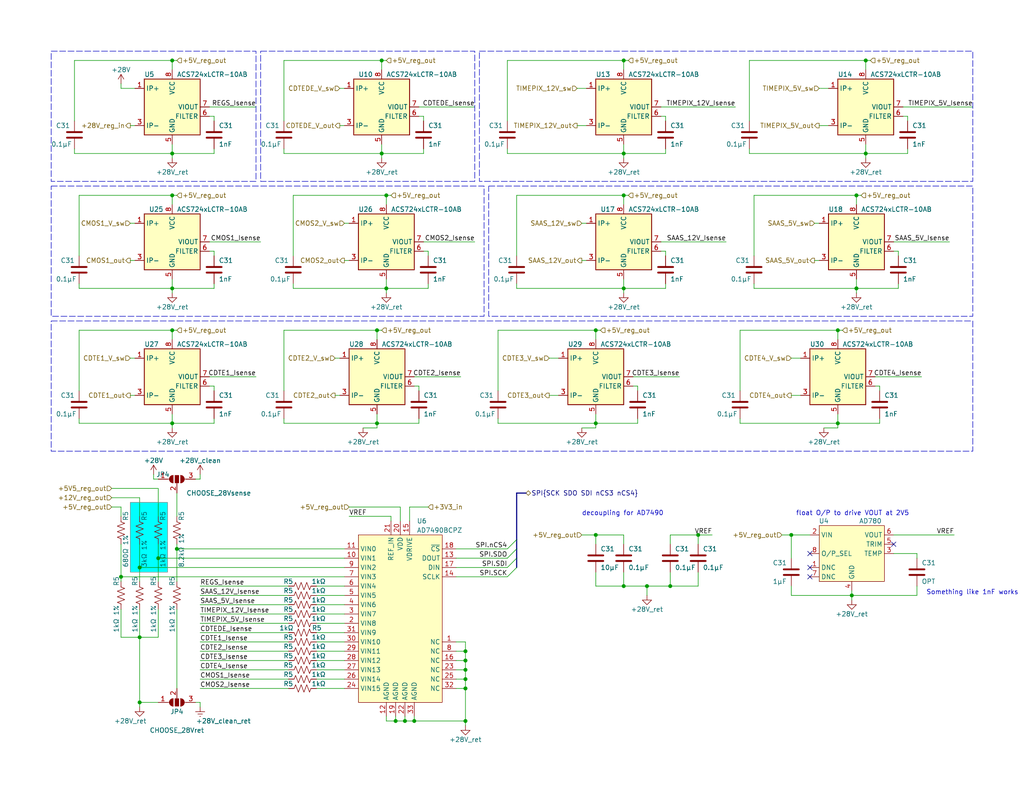
<source format=kicad_sch>
(kicad_sch (version 20230121) (generator eeschema)
  (paper "USLetter")
  (title_block (title "FOXSI-4 Power") (date "2024-10-24") (rev "3") (company "University of Minnesota"))
  (junction (at 104.14 41.91))
  (junction (at 162.56 146.05))
  (junction (at 182.88 160.02))
  (junction (at 105.41 78.74))
  (junction (at 102.87 115.57))
  (junction (at 170.18 160.02))
  (junction (at 228.6 90.17))
  (junction (at 228.6 115.57))
  (junction (at 46.99 41.91))
  (junction (at 127 187.96))
  (junction (at 43.18 152.4))
  (junction (at 46.99 78.74))
  (junction (at 33.02 157.48))
  (junction (at 107.95 196.85))
  (junction (at 38.1 191.77))
  (junction (at 105.41 53.34))
  (junction (at 236.22 41.91))
  (junction (at 46.99 115.57))
  (junction (at 110.49 196.85))
  (junction (at 127 196.85))
  (junction (at 38.1 173.99))
  (junction (at 190.5 146.05))
  (junction (at 113.03 196.85))
  (junction (at 102.87 90.17))
  (junction (at 38.1 154.94))
  (junction (at 127 177.8))
  (junction (at 46.99 16.51))
  (junction (at 127 185.42))
  (junction (at 170.18 53.34))
  (junction (at 127 180.34))
  (junction (at 170.18 41.91))
  (junction (at 236.22 16.51))
  (junction (at 127 182.88))
  (junction (at 170.18 16.51))
  (junction (at 215.9 146.05))
  (junction (at 104.14 16.51))
  (junction (at 46.99 53.34))
  (junction (at 46.99 90.17))
  (junction (at 176.53 160.02))
  (junction (at 48.26 149.86))
  (junction (at 232.41 162.56))
  (junction (at 233.68 78.74))
  (junction (at 162.56 115.57))
  (junction (at 233.68 53.34))
  (junction (at 162.56 90.17))
  (junction (at 170.18 78.74))
  (no_connect (at 220.98 154.94))
  (no_connect (at 243.84 148.59))
  (no_connect (at 220.98 151.13))
  (no_connect (at 220.98 157.48))
  (bus_entry (at 138.43 149.86) (size 2.54 -2.54))
  (bus_entry (at 138.43 157.48) (size 2.54 -2.54))
  (bus_entry (at 138.43 154.94) (size 2.54 -2.54))
  (bus_entry (at 138.43 152.4) (size 2.54 -2.54))
  (wire (pts (xy 240.03 105.41) (xy 240.03 106.68)))
  (wire (pts (xy 138.43 41.91) (xy 170.18 41.91)))
  (wire (pts (xy 228.6 115.57) (xy 240.03 115.57)))
  (wire (pts (xy 228.6 90.17) (xy 229.87 90.17)))
  (wire (pts (xy 223.52 34.29) (xy 226.06 34.29)))
  (wire (pts (xy 158.75 146.05) (xy 162.56 146.05)))
  (wire (pts (xy 21.59 77.47) (xy 21.59 78.74)))
  (wire (pts (xy 35.56 34.29) (xy 36.83 34.29)))
  (wire (pts (xy 33.02 24.13) (xy 36.83 24.13)))
  (wire (pts (xy 107.95 195.58) (xy 107.95 196.85)))
  (wire (pts (xy 190.5 146.05) (xy 194.31 146.05)))
  (wire (pts (xy 162.56 146.05) (xy 170.18 146.05)))
  (wire (pts (xy 54.61 129.54) (xy 54.61 130.81)))
  (wire (pts (xy 92.71 24.13) (xy 93.98 24.13)))
  (wire (pts (xy 190.5 160.02) (xy 182.88 160.02)))
  (wire (pts (xy 38.1 191.77) (xy 38.1 193.04)))
  (wire (pts (xy 246.38 29.21) (xy 265.43 29.21)))
  (wire (pts (xy 190.5 146.05) (xy 190.5 148.59)))
  (wire (pts (xy 204.47 16.51) (xy 204.47 33.02)))
  (wire (pts (xy 238.76 105.41) (xy 240.03 105.41)))
  (wire (pts (xy 149.86 107.95) (xy 152.4 107.95)))
  (wire (pts (xy 46.99 78.74) (xy 46.99 80.01)))
  (wire (pts (xy 33.02 148.59) (xy 33.02 157.48)))
  (bus (pts (xy 140.97 149.86) (xy 140.97 147.32)))
  (wire (pts (xy 233.68 78.74) (xy 233.68 80.01)))
  (wire (pts (xy 228.6 116.84) (xy 224.79 116.84)))
  (wire (pts (xy 111.76 138.43) (xy 111.76 142.24)))
  (wire (pts (xy 113.03 102.87) (xy 125.73 102.87)))
  (wire (pts (xy 114.3 105.41) (xy 114.3 106.68)))
  (wire (pts (xy 223.52 24.13) (xy 226.06 24.13)))
  (wire (pts (xy 205.74 77.47) (xy 205.74 78.74)))
  (wire (pts (xy 104.14 41.91) (xy 104.14 43.18)))
  (wire (pts (xy 173.99 115.57) (xy 173.99 114.3)))
  (wire (pts (xy 43.18 130.81) (xy 41.91 130.81)))
  (wire (pts (xy 30.48 135.89) (xy 38.1 135.89)))
  (wire (pts (xy 213.36 146.05) (xy 215.9 146.05)))
  (wire (pts (xy 54.61 162.56) (xy 78.74 162.56)))
  (wire (pts (xy 54.61 170.18) (xy 78.74 170.18)))
  (wire (pts (xy 38.1 173.99) (xy 33.02 173.99)))
  (wire (pts (xy 46.99 78.74) (xy 58.42 78.74)))
  (wire (pts (xy 127 177.8) (xy 127 180.34)))
  (wire (pts (xy 162.56 90.17) (xy 162.56 92.71)))
  (wire (pts (xy 201.93 90.17) (xy 201.93 106.68)))
  (wire (pts (xy 57.15 31.75) (xy 58.42 31.75)))
  (wire (pts (xy 20.32 40.64) (xy 20.32 41.91)))
  (wire (pts (xy 86.36 182.88) (xy 93.98 182.88)))
  (wire (pts (xy 158.75 71.12) (xy 160.02 71.12)))
  (wire (pts (xy 181.61 78.74) (xy 181.61 77.47)))
  (wire (pts (xy 53.34 191.77) (xy 54.61 191.77)))
  (wire (pts (xy 46.99 53.34) (xy 48.26 53.34)))
  (wire (pts (xy 247.65 41.91) (xy 247.65 40.64)))
  (wire (pts (xy 170.18 16.51) (xy 138.43 16.51)))
  (wire (pts (xy 77.47 16.51) (xy 77.47 33.02)))
  (wire (pts (xy 46.99 76.2) (xy 46.99 78.74)))
  (wire (pts (xy 54.61 130.81) (xy 53.34 130.81)))
  (wire (pts (xy 46.99 55.88) (xy 46.99 53.34)))
  (wire (pts (xy 181.61 68.58) (xy 181.61 69.85)))
  (wire (pts (xy 180.34 29.21) (xy 200.66 29.21)))
  (wire (pts (xy 54.61 160.02) (xy 78.74 160.02)))
  (bus (pts (xy 140.97 154.94) (xy 140.97 152.4)))
  (wire (pts (xy 38.1 154.94) (xy 93.98 154.94)))
  (wire (pts (xy 86.36 167.64) (xy 93.98 167.64)))
  (wire (pts (xy 54.61 172.72) (xy 78.74 172.72)))
  (wire (pts (xy 38.1 154.94) (xy 38.1 158.75)))
  (wire (pts (xy 102.87 90.17) (xy 102.87 92.71)))
  (wire (pts (xy 20.32 41.91) (xy 46.99 41.91)))
  (wire (pts (xy 250.19 162.56) (xy 232.41 162.56)))
  (wire (pts (xy 57.15 105.41) (xy 58.42 105.41)))
  (wire (pts (xy 236.22 39.37) (xy 236.22 41.91)))
  (wire (pts (xy 33.02 157.48) (xy 33.02 158.75)))
  (wire (pts (xy 102.87 113.03) (xy 102.87 115.57)))
  (wire (pts (xy 43.18 133.35) (xy 43.18 140.97)))
  (wire (pts (xy 127 175.26) (xy 127 177.8)))
  (wire (pts (xy 58.42 68.58) (xy 58.42 69.85)))
  (wire (pts (xy 110.49 196.85) (xy 113.03 196.85)))
  (wire (pts (xy 140.97 77.47) (xy 140.97 78.74)))
  (wire (pts (xy 115.57 66.04) (xy 129.54 66.04)))
  (wire (pts (xy 91.44 97.79) (xy 92.71 97.79)))
  (wire (pts (xy 232.41 162.56) (xy 232.41 161.29)))
  (wire (pts (xy 105.41 53.34) (xy 80.01 53.34)))
  (wire (pts (xy 77.47 40.64) (xy 77.47 41.91)))
  (wire (pts (xy 77.47 90.17) (xy 77.47 106.68)))
  (wire (pts (xy 115.57 31.75) (xy 115.57 33.02)))
  (wire (pts (xy 149.86 97.79) (xy 152.4 97.79)))
  (wire (pts (xy 182.88 148.59) (xy 182.88 146.05)))
  (wire (pts (xy 124.46 152.4) (xy 138.43 152.4)))
  (wire (pts (xy 54.61 177.8) (xy 78.74 177.8)))
  (wire (pts (xy 236.22 19.05) (xy 236.22 16.51)))
  (wire (pts (xy 20.32 16.51) (xy 46.99 16.51)))
  (wire (pts (xy 77.47 115.57) (xy 102.87 115.57)))
  (wire (pts (xy 21.59 53.34) (xy 21.59 69.85)))
  (wire (pts (xy 140.97 53.34) (xy 140.97 69.85)))
  (wire (pts (xy 182.88 160.02) (xy 176.53 160.02)))
  (wire (pts (xy 57.15 66.04) (xy 71.12 66.04)))
  (wire (pts (xy 245.11 68.58) (xy 245.11 69.85)))
  (wire (pts (xy 92.71 34.29) (xy 93.98 34.29)))
  (wire (pts (xy 171.45 16.51) (xy 170.18 16.51)))
  (wire (pts (xy 105.41 78.74) (xy 105.41 80.01)))
  (wire (pts (xy 240.03 115.57) (xy 240.03 114.3)))
  (wire (pts (xy 243.84 151.13) (xy 250.19 151.13)))
  (wire (pts (xy 236.22 41.91) (xy 247.65 41.91)))
  (wire (pts (xy 54.61 185.42) (xy 78.74 185.42)))
  (wire (pts (xy 215.9 146.05) (xy 215.9 152.4)))
  (wire (pts (xy 33.02 138.43) (xy 30.48 138.43)))
  (wire (pts (xy 80.01 77.47) (xy 80.01 78.74)))
  (wire (pts (xy 58.42 41.91) (xy 58.42 40.64)))
  (wire (pts (xy 162.56 160.02) (xy 162.56 156.21)))
  (wire (pts (xy 127 180.34) (xy 127 182.88)))
  (wire (pts (xy 86.36 172.72) (xy 93.98 172.72)))
  (wire (pts (xy 180.34 31.75) (xy 181.61 31.75)))
  (wire (pts (xy 135.89 115.57) (xy 162.56 115.57)))
  (wire (pts (xy 33.02 157.48) (xy 93.98 157.48)))
  (wire (pts (xy 204.47 41.91) (xy 236.22 41.91)))
  (wire (pts (xy 176.53 160.02) (xy 176.53 162.56)))
  (wire (pts (xy 105.41 195.58) (xy 105.41 196.85)))
  (wire (pts (xy 35.56 71.12) (xy 36.83 71.12)))
  (wire (pts (xy 247.65 31.75) (xy 247.65 33.02)))
  (wire (pts (xy 46.99 90.17) (xy 46.99 92.71)))
  (wire (pts (xy 176.53 160.02) (xy 170.18 160.02)))
  (wire (pts (xy 124.46 182.88) (xy 127 182.88)))
  (wire (pts (xy 86.36 175.26) (xy 93.98 175.26)))
  (wire (pts (xy 43.18 166.37) (xy 43.18 173.99)))
  (wire (pts (xy 173.99 105.41) (xy 173.99 106.68)))
  (wire (pts (xy 20.32 33.02) (xy 20.32 16.51)))
  (wire (pts (xy 182.88 156.21) (xy 182.88 160.02)))
  (wire (pts (xy 215.9 160.02) (xy 215.9 162.56)))
  (wire (pts (xy 233.68 53.34) (xy 233.68 55.88)))
  (wire (pts (xy 250.19 160.02) (xy 250.19 162.56)))
  (wire (pts (xy 124.46 157.48) (xy 138.43 157.48)))
  (wire (pts (xy 138.43 40.64) (xy 138.43 41.91)))
  (wire (pts (xy 41.91 130.81) (xy 41.91 129.54)))
  (wire (pts (xy 124.46 187.96) (xy 127 187.96)))
  (wire (pts (xy 57.15 102.87) (xy 69.85 102.87)))
  (wire (pts (xy 201.93 115.57) (xy 228.6 115.57)))
  (wire (pts (xy 135.89 90.17) (xy 162.56 90.17)))
  (wire (pts (xy 54.61 175.26) (xy 78.74 175.26)))
  (wire (pts (xy 162.56 115.57) (xy 173.99 115.57)))
  (wire (pts (xy 105.41 76.2) (xy 105.41 78.74)))
  (wire (pts (xy 54.61 180.34) (xy 78.74 180.34)))
  (wire (pts (xy 48.26 149.86) (xy 48.26 158.75)))
  (wire (pts (xy 38.1 166.37) (xy 38.1 173.99)))
  (wire (pts (xy 127 187.96) (xy 127 196.85)))
  (wire (pts (xy 228.6 113.03) (xy 228.6 115.57)))
  (wire (pts (xy 180.34 66.04) (xy 198.12 66.04)))
  (wire (pts (xy 105.41 55.88) (xy 105.41 53.34)))
  (wire (pts (xy 102.87 115.57) (xy 102.87 116.84)))
  (wire (pts (xy 107.95 196.85) (xy 110.49 196.85)))
  (wire (pts (xy 157.48 34.29) (xy 160.02 34.29)))
  (wire (pts (xy 170.18 41.91) (xy 181.61 41.91)))
  (wire (pts (xy 105.41 78.74) (xy 116.84 78.74)))
  (wire (pts (xy 80.01 53.34) (xy 80.01 69.85)))
  (wire (pts (xy 105.41 53.34) (xy 106.68 53.34)))
  (wire (pts (xy 54.61 182.88) (xy 78.74 182.88)))
  (wire (pts (xy 182.88 146.05) (xy 190.5 146.05)))
  (wire (pts (xy 102.87 90.17) (xy 77.47 90.17)))
  (wire (pts (xy 104.14 16.51) (xy 77.47 16.51)))
  (wire (pts (xy 157.48 24.13) (xy 160.02 24.13)))
  (wire (pts (xy 46.99 41.91) (xy 58.42 41.91)))
  (wire (pts (xy 105.41 196.85) (xy 107.95 196.85)))
  (wire (pts (xy 245.11 78.74) (xy 245.11 77.47)))
  (wire (pts (xy 104.14 19.05) (xy 104.14 16.51)))
  (wire (pts (xy 57.15 29.21) (xy 69.85 29.21)))
  (wire (pts (xy 205.74 53.34) (xy 205.74 69.85)))
  (wire (pts (xy 21.59 90.17) (xy 46.99 90.17)))
  (wire (pts (xy 113.03 196.85) (xy 113.03 195.58)))
  (bus (pts (xy 140.97 134.62) (xy 143.51 134.62)))
  (wire (pts (xy 46.99 113.03) (xy 46.99 115.57)))
  (wire (pts (xy 127 196.85) (xy 113.03 196.85)))
  (wire (pts (xy 205.74 78.74) (xy 233.68 78.74)))
  (wire (pts (xy 35.56 60.96) (xy 36.83 60.96)))
  (wire (pts (xy 38.1 191.77) (xy 43.18 191.77)))
  (wire (pts (xy 38.1 173.99) (xy 38.1 191.77)))
  (wire (pts (xy 162.56 113.03) (xy 162.56 115.57)))
  (wire (pts (xy 86.36 177.8) (xy 93.98 177.8)))
  (wire (pts (xy 48.26 134.62) (xy 48.26 140.97)))
  (wire (pts (xy 180.34 68.58) (xy 181.61 68.58)))
  (wire (pts (xy 138.43 16.51) (xy 138.43 33.02)))
  (wire (pts (xy 43.18 152.4) (xy 93.98 152.4)))
  (wire (pts (xy 236.22 16.51) (xy 237.49 16.51)))
  (wire (pts (xy 86.36 170.18) (xy 93.98 170.18)))
  (wire (pts (xy 222.25 60.96) (xy 223.52 60.96)))
  (wire (pts (xy 104.14 90.17) (xy 102.87 90.17)))
  (wire (pts (xy 170.18 78.74) (xy 170.18 80.01)))
  (wire (pts (xy 215.9 146.05) (xy 220.98 146.05)))
  (wire (pts (xy 115.57 68.58) (xy 116.84 68.58)))
  (wire (pts (xy 58.42 115.57) (xy 58.42 114.3)))
  (bus (pts (xy 140.97 152.4) (xy 140.97 149.86)))
  (wire (pts (xy 86.36 180.34) (xy 93.98 180.34)))
  (wire (pts (xy 124.46 177.8) (xy 127 177.8)))
  (wire (pts (xy 124.46 154.94) (xy 138.43 154.94)))
  (wire (pts (xy 124.46 185.42) (xy 127 185.42)))
  (wire (pts (xy 46.99 53.34) (xy 21.59 53.34)))
  (wire (pts (xy 57.15 68.58) (xy 58.42 68.58)))
  (wire (pts (xy 228.6 115.57) (xy 228.6 116.84)))
  (wire (pts (xy 140.97 78.74) (xy 170.18 78.74)))
  (wire (pts (xy 46.99 115.57) (xy 58.42 115.57)))
  (wire (pts (xy 104.14 39.37) (xy 104.14 41.91)))
  (wire (pts (xy 233.68 76.2) (xy 233.68 78.74)))
  (wire (pts (xy 127 182.88) (xy 127 185.42)))
  (wire (pts (xy 38.1 135.89) (xy 38.1 140.97)))
  (wire (pts (xy 86.36 187.96) (xy 93.98 187.96)))
  (wire (pts (xy 104.14 41.91) (xy 115.57 41.91)))
  (wire (pts (xy 234.95 53.34) (xy 233.68 53.34)))
  (bus (pts (xy 140.97 147.32) (xy 140.97 134.62)))
  (wire (pts (xy 170.18 148.59) (xy 170.18 146.05)))
  (wire (pts (xy 104.14 16.51) (xy 105.41 16.51)))
  (wire (pts (xy 243.84 146.05) (xy 260.35 146.05)))
  (wire (pts (xy 170.18 39.37) (xy 170.18 41.91)))
  (wire (pts (xy 170.18 156.21) (xy 170.18 160.02)))
  (wire (pts (xy 102.87 116.84) (xy 99.06 116.84)))
  (wire (pts (xy 58.42 78.74) (xy 58.42 77.47)))
  (wire (pts (xy 250.19 151.13) (xy 250.19 152.4)))
  (wire (pts (xy 172.72 105.41) (xy 173.99 105.41)))
  (wire (pts (xy 181.61 41.91) (xy 181.61 40.64)))
  (wire (pts (xy 21.59 115.57) (xy 46.99 115.57)))
  (wire (pts (xy 233.68 78.74) (xy 245.11 78.74)))
  (wire (pts (xy 201.93 114.3) (xy 201.93 115.57)))
  (wire (pts (xy 114.3 31.75) (xy 115.57 31.75)))
  (wire (pts (xy 163.83 90.17) (xy 162.56 90.17)))
  (wire (pts (xy 236.22 41.91) (xy 236.22 43.18)))
  (wire (pts (xy 114.3 115.57) (xy 114.3 114.3)))
  (wire (pts (xy 111.76 138.43) (xy 116.84 138.43)))
  (wire (pts (xy 86.36 162.56) (xy 93.98 162.56)))
  (wire (pts (xy 233.68 53.34) (xy 205.74 53.34)))
  (wire (pts (xy 135.89 114.3) (xy 135.89 115.57)))
  (wire (pts (xy 102.87 115.57) (xy 114.3 115.57)))
  (wire (pts (xy 93.98 71.12) (xy 95.25 71.12)))
  (wire (pts (xy 124.46 180.34) (xy 127 180.34)))
  (wire (pts (xy 243.84 66.04) (xy 259.08 66.04)))
  (wire (pts (xy 170.18 53.34) (xy 140.97 53.34)))
  (wire (pts (xy 228.6 90.17) (xy 201.93 90.17)))
  (wire (pts (xy 46.99 90.17) (xy 48.26 90.17)))
  (wire (pts (xy 124.46 175.26) (xy 127 175.26)))
  (wire (pts (xy 86.36 185.42) (xy 93.98 185.42)))
  (wire (pts (xy 58.42 105.41) (xy 58.42 106.68)))
  (wire (pts (xy 38.1 148.59) (xy 38.1 154.94)))
  (wire (pts (xy 215.9 162.56) (xy 232.41 162.56)))
  (wire (pts (xy 33.02 140.97) (xy 33.02 138.43)))
  (wire (pts (xy 124.46 149.86) (xy 138.43 149.86)))
  (wire (pts (xy 106.68 142.24) (xy 106.68 140.97)))
  (wire (pts (xy 33.02 24.13) (xy 33.02 22.86)))
  (wire (pts (xy 236.22 16.51) (xy 204.47 16.51)))
  (wire (pts (xy 114.3 29.21) (xy 129.54 29.21)))
  (wire (pts (xy 162.56 115.57) (xy 162.56 116.84)))
  (wire (pts (xy 109.22 142.24) (xy 109.22 138.43)))
  (wire (pts (xy 228.6 92.71) (xy 228.6 90.17)))
  (wire (pts (xy 110.49 195.58) (xy 110.49 196.85)))
  (wire (pts (xy 58.42 31.75) (xy 58.42 33.02)))
  (wire (pts (xy 215.9 97.79) (xy 218.44 97.79)))
  (wire (pts (xy 43.18 152.4) (xy 43.18 158.75)))
  (wire (pts (xy 46.99 41.91) (xy 46.99 43.18)))
  (wire (pts (xy 21.59 90.17) (xy 21.59 106.68)))
  (wire (pts (xy 170.18 78.74) (xy 181.61 78.74)))
  (wire (pts (xy 54.61 165.1) (xy 78.74 165.1)))
  (wire (pts (xy 21.59 115.57) (xy 21.59 114.3)))
  (wire (pts (xy 172.72 102.87) (xy 185.42 102.87)))
  (wire (pts (xy 77.47 41.91) (xy 104.14 41.91)))
  (wire (pts (xy 162.56 116.84) (xy 158.75 116.84)))
  (wire (pts (xy 86.36 165.1) (xy 93.98 165.1)))
  (wire (pts (xy 243.84 68.58) (xy 245.11 68.58)))
  (wire (pts (xy 170.18 41.91) (xy 170.18 43.18)))
  (wire (pts (xy 170.18 55.88) (xy 170.18 53.34)))
  (wire (pts (xy 181.61 31.75) (xy 181.61 33.02)))
  (wire (pts (xy 35.56 97.79) (xy 36.83 97.79)))
  (wire (pts (xy 113.03 105.41) (xy 114.3 105.41)))
  (wire (pts (xy 170.18 53.34) (xy 171.45 53.34)))
  (wire (pts (xy 232.41 163.83) (xy 232.41 162.56)))
  (wire (pts (xy 46.99 39.37) (xy 46.99 41.91)))
  (wire (pts (xy 48.26 148.59) (xy 48.26 149.86)))
  (wire (pts (xy 95.25 140.97) (xy 106.68 140.97)))
  (wire (pts (xy 91.44 107.95) (xy 92.71 107.95)))
  (wire (pts (xy 21.59 78.74) (xy 46.99 78.74)))
  (wire (pts (xy 54.61 167.64) (xy 78.74 167.64)))
  (wire (pts (xy 127 185.42) (xy 127 187.96)))
  (wire (pts (xy 35.56 107.95) (xy 36.83 107.95)))
  (wire (pts (xy 43.18 148.59) (xy 43.18 152.4)))
  (wire (pts (xy 204.47 40.64) (xy 204.47 41.91)))
  (wire (pts (xy 43.18 173.99) (xy 38.1 173.99)))
  (wire (pts (xy 54.61 187.96) (xy 78.74 187.96)))
  (wire (pts (xy 215.9 107.95) (xy 218.44 107.95)))
  (wire (pts (xy 158.75 60.96) (xy 160.02 60.96)))
  (wire (pts (xy 46.99 115.57) (xy 46.99 116.84)))
  (wire (pts (xy 48.26 149.86) (xy 93.98 149.86)))
  (wire (pts (xy 77.47 114.3) (xy 77.47 115.57)))
  (wire (pts (xy 170.18 76.2) (xy 170.18 78.74)))
  (wire (pts (xy 127 196.85) (xy 127 198.12)))
  (wire (pts (xy 170.18 160.02) (xy 162.56 160.02)))
  (wire (pts (xy 170.18 16.51) (xy 170.18 19.05)))
  (wire (pts (xy 46.99 16.51) (xy 48.26 16.51)))
  (wire (pts (xy 222.25 71.12) (xy 223.52 71.12)))
  (wire (pts (xy 80.01 78.74) (xy 105.41 78.74)))
  (wire (pts (xy 30.48 133.35) (xy 43.18 133.35)))
  (wire (pts (xy 190.5 156.21) (xy 190.5 160.02)))
  (wire (pts (xy 93.98 60.96) (xy 95.25 60.96)))
  (wire (pts (xy 48.26 166.37) (xy 48.26 187.96)))
  (wire (pts (xy 86.36 160.02) (xy 93.98 160.02)))
  (wire (pts (xy 33.02 173.99) (xy 33.02 166.37)))
  (wire (pts (xy 116.84 68.58) (xy 116.84 69.85)))
  (wire (pts (xy 54.61 191.77) (xy 54.61 193.04)))
  (wire (pts (xy 95.25 138.43) (xy 109.22 138.43)))
  (wire (pts (xy 162.56 146.05) (xy 162.56 148.59)))
  (wire (pts (xy 115.57 41.91) (xy 115.57 40.64)))
  (wire (pts (xy 116.84 78.74) (xy 116.84 77.47)))
  (wire (pts (xy 135.89 90.17) (xy 135.89 106.68)))
  (wire (pts (xy 247.65 31.75) (xy 246.38 31.75)))
  (wire (pts (xy 46.99 16.51) (xy 46.99 19.05)))
  (wire (pts (xy 238.76 102.87) (xy 251.46 102.87)))
  (rectangle (start 13.97 50.8) (end 132.08 86.36) (stroke (width 0) (type dash)))
  (rectangle (start 133.35 50.8) (end 265.43 86.36) (stroke (width 0) (type dash)))
  (rectangle (start 13.97 87.63) (end 265.43 123.19) (stroke (width 0) (type dash)))
  (rectangle (start 130.81 13.97) (end 265.43 49.53) (stroke (width 0) (type dash)))
  (rectangle (start 71.12 13.97) (end 129.54 49.53) (stroke (width 0) (type dash)))
  (rectangle (start 35.56 137.16) (end 45.72 156.21) (stroke (width 0) (color 132 132 132 1)) (fill (type color) (color 0 255 255 1)))
  (rectangle (start 13.97 13.97) (end 69.85 49.53) (stroke (width 0) (type dash)))
  (text "float O/P to drive VOUT at 2V5" (at 217.17 140.97 0) (effects (font (size 1.27 1.27)) (justify left bottom)))
  (text "decoupling for AD7490" (at 158.75 140.97 0) (effects (font (size 1.27 1.27)) (justify left bottom)))
  (text "Something like 1nF works" (at 252.73 162.56 0) (effects (font (size 1.27 1.27)) (justify left bottom)))
  (label "CDTE3_Isense" (at 54.61 180.34 0))
  (label "CMOS1_Isense" (at 54.61 185.42 0))
  (label "CDTE1_Isense" (at 69.85 102.87 180))
  (label "SAAS_12V_Isense" (at 198.12 66.04 180))
  (label "VREF" (at 260.35 146.05 180))
  (label "CDTEDE_Isense" (at 54.61 172.72 0))
  (label "CDTE3_Isense" (at 185.42 102.87 180))
  (label "CMOS2_Isense" (at 54.61 187.96 0))
  (label "SPI.SDO" (at 138.43 152.4 180))
  (label "SAAS_12V_Isense" (at 54.61 162.56 0))
  (label "CDTE2_Isense" (at 54.61 177.8 0))
  (label "SAAS_5V_Isense" (at 259.08 66.04 180))
  (label "VREF" (at 194.31 146.05 180))
  (label "SPI.SCK" (at 138.43 157.48 180))
  (label "SPI.SDI" (at 138.43 154.94 180))
  (label "TIMEPIX_5V_Isense" (at 265.43 29.21 180))
  (label "CDTE2_Isense" (at 125.73 102.87 180))
  (label "TIMEPIX_12V_Isense" (at 200.66 29.21 180))
  (label "TIMEPIX_12V_Isense" (at 54.61 167.64 0))
  (label "CMOS2_Isense" (at 129.54 66.04 180))
  (label "CDTE4_Isense" (at 251.46 102.87 180))
  (label "VREF" (at 95.25 140.97 0))
  (label "REGS_Isense" (at 54.61 160.02 0))
  (label "CMOS1_Isense" (at 71.12 66.04 180))
  (label "REGS_Isense" (at 69.85 29.21 180))
  (label "CDTE4_Isense" (at 54.61 182.88 0))
  (label "CDTE1_Isense" (at 54.61 175.26 0))
  (label "SPI.nCS4" (at 138.43 149.86 180))
  (label "CDTEDE_Isense" (at 129.54 29.21 180))
  (label "SAAS_5V_Isense" (at 54.61 165.1 0))
  (label "TIMEPIX_5V_Isense" (at 54.61 170.18 0))
  (hierarchical_label "+5V_reg_out" (shape input) (at 237.49 16.51 0))
  (hierarchical_label "CMOS1_out" (shape output) (at 35.56 71.12 180))
  (hierarchical_label "SAAS_12V_sw" (shape input) (at 158.75 60.96 180))
  (hierarchical_label "CMOS2_out" (shape output) (at 93.98 71.12 180))
  (hierarchical_label "+5V_reg_out" (shape input) (at 158.75 146.05 180))
  (hierarchical_label "SPI{SCK SDO SDI nCS3 nCS4}" (shape bidirectional) (at 143.51 134.62 0))
  (hierarchical_label "+12V_reg_out" (shape input) (at 30.48 135.89 180))
  (hierarchical_label "CDTE3_out" (shape output) (at 149.86 107.95 180))
  (hierarchical_label "CDTE4_V_sw" (shape input) (at 215.9 97.79 180))
  (hierarchical_label "+5V_reg_out" (shape input) (at 48.26 53.34 0))
  (hierarchical_label "+5V_reg_out" (shape input) (at 30.48 138.43 180))
  (hierarchical_label "CDTE2_out" (shape output) (at 91.44 107.95 180))
  (hierarchical_label "+5V_reg_out" (shape input) (at 234.95 53.34 0))
  (hierarchical_label "CDTEDE_V_sw" (shape input) (at 92.71 24.13 180))
  (hierarchical_label "+5V_reg_out" (shape input) (at 95.25 138.43 180))
  (hierarchical_label "CDTE1_V_sw" (shape input) (at 35.56 97.79 180))
  (hierarchical_label "TIMEPIX_5V_sw" (shape input) (at 223.52 24.13 180))
  (hierarchical_label "CDTE1_out" (shape output) (at 35.56 107.95 180))
  (hierarchical_label "+5V_reg_out" (shape input) (at 213.36 146.05 180))
  (hierarchical_label "+5V_reg_out" (shape input) (at 48.26 90.17 0))
  (hierarchical_label "CMOS2_V_sw" (shape input) (at 93.98 60.96 180))
  (hierarchical_label "+5V_reg_out" (shape input) (at 48.26 16.51 0))
  (hierarchical_label "+28V_reg_in" (shape output) (at 35.56 34.29 180))
  (hierarchical_label "+5V_reg_out" (shape input) (at 106.68 53.34 0))
  (hierarchical_label "CDTEDE_V_out" (shape output) (at 92.71 34.29 180))
  (hierarchical_label "+5V_reg_out" (shape input) (at 229.87 90.17 0))
  (hierarchical_label "+5V5_reg_out" (shape input) (at 30.48 133.35 180))
  (hierarchical_label "+5V_reg_out" (shape input) (at 163.83 90.17 0))
  (hierarchical_label "CMOS1_V_sw" (shape input) (at 35.56 60.96 180))
  (hierarchical_label "TIMEPIX_12V_sw" (shape input) (at 157.48 24.13 180))
  (hierarchical_label "CDTE4_out" (shape output) (at 215.9 107.95 180))
  (hierarchical_label "+5V_reg_out" (shape input) (at 105.41 16.51 0))
  (hierarchical_label "+5V_reg_out" (shape input) (at 104.14 90.17 0))
  (hierarchical_label "TIMEPIX_5V_out" (shape output) (at 223.52 34.29 180))
  (hierarchical_label "CDTE2_V_sw" (shape input) (at 91.44 97.79 180))
  (hierarchical_label "SAAS_5V_out" (shape output) (at 222.25 71.12 180))
  (hierarchical_label "SAAS_5V_sw" (shape input) (at 222.25 60.96 180))
  (hierarchical_label "+5V_reg_out" (shape input) (at 171.45 53.34 0))
  (hierarchical_label "+5V_reg_out" (shape input) (at 171.45 16.51 0))
  (hierarchical_label "CDTE3_V_sw" (shape input) (at 149.86 97.79 180))
  (hierarchical_label "TIMEPIX_12V_out" (shape output) (at 157.48 34.29 180))
  (hierarchical_label "+3V3_in" (shape input) (at 116.84 138.43 0))
  (hierarchical_label "SAAS_12V_out" (shape output) (at 158.75 71.12 180))
  (symbol (lib_id "Device:R_US") (at 82.55 172.72 270) (mirror x) (unit 1)
    (property "Reference" "R5" (at 85.09 171.45 90) (effects (justify left)))
    (property "Value" "1kΩ" (at 76.2 171.45 90) (effects (justify left)))
    (property "Footprint" "Resistor_SMD:R_0603_1608Metric" (effects hide))
    (instances (project "power" (path "" (reference "R5") (unit 1)) (path "" (reference "R45") (unit 1))))
  )
  (symbol (lib_id "Sensor_Current:ACS724xLCTR-10AB") (at 46.99 29.21 0) (unit 1)
    (property "Reference" "U5" (at 39.37 20.32 0) (effects (justify left)))
    (property "Value" "ACS724xLCTR-10AB" (at 48.26 20.32 0) (effects (justify left)))
    (property "Footprint" "Package_SO:SOIC-8_3.9x4.9mm_P1.27mm" (effects hide))
    (property "Datasheet" "http://www.allegromicro.com/~/media/Files/Datasheets/ACS724-Datasheet.ashx?la=en" (effects hide))
  )
  (symbol (lib_id "Device:C") (at 181.61 73.66 0) (unit 1)
    (property "Reference" "C31" (at 182.88 71.12 0) (effects (justify left)))
    (property "Value" "1nF" (at 182.88 76.2 0) (effects (justify left)))
    (property "Footprint" "Resistor_SMD:R_0603_1608Metric" (effects hide))
    (instances (project "power" (path "" (reference "C31") (unit 1)) (path "" (reference "C46") (unit 1))))
  )
  (symbol (lib_id "power:+28V_ret") (at 104.14 43.18 0) (unit 1)
    (property "Reference" "#PWR?" (effects hide))
    (property "Value" "+28V_ret" (at 104.14 46.99 0))
    (instances (project "power" (path "" (reference "#PWR?") (unit 1)) (path "" (reference "#PWR01") (unit 1))))
  )
  (symbol (lib_id "Device:C") (at 190.5 152.4 0) (unit 1)
    (property "Reference" "C31" (at 191.77 149.86 0) (effects (justify left)))
    (property "Value" "0.1µF" (at 191.77 154.94 0) (effects (justify left)))
    (property "Footprint" "Resistor_SMD:R_0603_1608Metric" (effects hide))
    (instances (project "power" (path "" (reference "C31") (unit 1)) (path "" (reference "C65") (unit 1))))
  )
  (symbol (lib_id "Device:C") (at 240.03 110.49 0) (unit 1)
    (property "Reference" "C31" (at 241.3 107.95 0) (effects (justify left)))
    (property "Value" "1nF" (at 241.3 113.03 0) (effects (justify left)))
    (property "Footprint" "Resistor_SMD:R_0603_1608Metric" (effects hide))
    (instances (project "power" (path "" (reference "C31") (unit 1)) (path "" (reference "C60") (unit 1))))
  )
  (symbol (lib_id "power:+28V_ret") (at 127 198.12 0) (unit 1)
    (property "Reference" "#PWR?" (effects hide))
    (property "Value" "+28V_ret" (at 127 201.93 0))
    (instances (project "power" (path "" (reference "#PWR?") (unit 1)) (path "" (reference "#PWR051") (unit 1))))
  )
  (symbol (lib_id "power:+28V_ret") (at 236.22 43.18 0) (unit 1)
    (property "Reference" "#PWR?" (effects hide))
    (property "Value" "+28V_ret" (at 236.22 46.99 0))
    (instances (project "power" (path "" (reference "#PWR?") (unit 1)) (path "" (reference "#PWR031") (unit 1))))
  )
  (symbol (lib_id "Device:C") (at 21.59 110.49 0) (unit 1)
    (property "Reference" "C31" (at 16.51 107.95 0) (effects (justify left)))
    (property "Value" "0.1µF" (at 15.24 113.03 0) (effects (justify left)))
    (property "Footprint" "Resistor_SMD:R_0603_1608Metric" (effects hide))
    (instances (project "power" (path "" (reference "C31") (unit 1)) (path "" (reference "C53") (unit 1))))
  )
  (symbol (lib_id "power:+28V_ret") (at 158.75 116.84 0) (unit 1)
    (property "Reference" "#PWR?" (effects hide))
    (property "Value" "+28V_ret" (at 158.75 120.65 0))
    (instances (project "power" (path "" (reference "#PWR?") (unit 1)) (path "" (reference "#PWR046") (unit 1))))
  )
  (symbol (lib_id "Analog_ADC:AD7490BCPZ") (at 109.22 168.91 0) (unit 1)
    (property "Reference" "U6" (at 113.7159 142.24 0) (effects (justify left)))
    (property "Value" "AD7490BCPZ" (at 113.7159 144.78 0) (effects (justify left)))
    (property "Footprint" "Package_CSP:LFCSP-32-1EP_5x5mm_P0.5mm_EP3.5x3.5mm" (effects hide))
    (property "Datasheet" "https://www.analog.com/media/en/technical-documentation/data-sheets/AD7490.pdf" (effects hide))
    (property "Digikey" "505-AD7490BCPZ-ND" (effects hide))
  )
  (symbol (lib_id "Device:R_US") (at 82.55 162.56 90) (unit 1)
    (property "Reference" "R5" (at 80.01 161.29 90) (effects (justify left)))
    (property "Value" "1kΩ" (at 88.9 161.29 90) (effects (justify left)))
    (property "Footprint" "Resistor_SMD:R_0603_1608Metric" (effects hide))
    (instances (project "power" (path "" (reference "R5") (unit 1)) (path "" (reference "R41") (unit 1))))
  )
  (symbol (lib_id "Device:R_US") (at 82.55 170.18 90) (unit 1)
    (property "Reference" "R5" (at 80.01 168.91 90) (effects (justify left)))
    (property "Value" "1kΩ" (at 88.9 168.91 90) (effects (justify left)))
    (property "Footprint" "Resistor_SMD:R_0603_1608Metric" (effects hide))
    (instances (project "power" (path "" (reference "R5") (unit 1)) (path "" (reference "R44") (unit 1))))
  )
  (symbol (lib_id "Device:C") (at 204.47 36.83 0) (unit 1)
    (property "Reference" "C31" (at 199.39 34.29 0) (effects (justify left)))
    (property "Value" "0.1µF" (at 198.12 39.37 0) (effects (justify left)))
    (property "Footprint" "Resistor_SMD:R_0603_1608Metric" (effects hide))
    (instances (project "power" (path "" (reference "C31") (unit 1)) (path "" (reference "C43") (unit 1))))
  )
  (symbol (lib_id "Device:C") (at 170.18 152.4 0) (unit 1)
    (property "Reference" "C31" (at 171.45 149.86 0) (effects (justify left)))
    (property "Value" "0.1µF" (at 171.45 154.94 0) (effects (justify left)))
    (property "Footprint" "Resistor_SMD:R_0603_1608Metric" (effects hide))
    (instances (project "power" (path "" (reference "C31") (unit 1)) (path "" (reference "C62") (unit 1))))
  )
  (symbol (lib_id "power:+28V_clean") (at 54.61 129.54 0) (unit 1)
    (property "Reference" "#PWR06" (effects hide))
    (property "Value" "+28V_clean" (at 54.61 125.73 0))
    (instances (project "power" (path "" (reference "#PWR06") (unit 1)) (path "" (reference "#PWR030") (unit 1))))
  )
  (symbol (lib_id "Device:R_US") (at 82.55 175.26 90) (unit 1)
    (property "Reference" "R5" (at 80.01 173.99 90) (effects (justify left)))
    (property "Value" "1kΩ" (at 88.9 173.99 90) (effects (justify left)))
    (property "Footprint" "Resistor_SMD:R_0603_1608Metric" (effects hide))
    (instances (project "power" (path "" (reference "R5") (unit 1)) (path "" (reference "R46") (unit 1))))
  )
  (symbol (lib_id "Sensor_Current:ACS724xLCTR-10AB") (at 104.14 29.21 0) (unit 1)
    (property "Reference" "U10" (at 97.79 20.32 0) (effects (justify left)))
    (property "Value" "ACS724xLCTR-10AB" (at 105.41 20.32 0) (effects (justify left)))
    (property "Footprint" "Package_SO:SOIC-8_3.9x4.9mm_P1.27mm" (effects hide))
    (property "Datasheet" "http://www.allegromicro.com/~/media/Files/Datasheets/ACS724-Datasheet.ashx?la=en" (effects hide))
  )
  (symbol (lib_id "Device:C") (at 250.19 156.21 0) (unit 1)
    (property "Reference" "C31" (at 251.46 153.67 0) (effects (justify left)))
    (property "Value" "OPT" (at 251.46 158.75 0) (effects (justify left)))
    (property "Footprint" "Resistor_SMD:R_0603_1608Metric" (effects hide))
    (instances (project "power" (path "" (reference "C31") (unit 1)) (path "" (reference "C66") (unit 1))))
  )
  (symbol (lib_id "Device:C") (at 181.61 36.83 0) (unit 1)
    (property "Reference" "C31" (at 182.88 34.29 0) (effects (justify left)))
    (property "Value" "1nF" (at 182.88 39.37 0) (effects (justify left)))
    (property "Footprint" "Resistor_SMD:R_0603_1608Metric" (effects hide))
    (instances (project "power" (path "" (reference "C31") (unit 1)) (path "" (reference "C42") (unit 1))))
  )
  (symbol (lib_id "Device:R_US") (at 48.26 144.78 0) (unit 1)
    (property "Reference" "R5" (at 49.53 142.24 90) (effects (justify left)))
    (property "Value" "8.2kΩ 1%" (at 49.53 154.94 90) (effects (justify left)))
    (property "Footprint" "Resistor_SMD:R_0603_1608Metric" (effects hide))
    (instances (project "power" (path "" (reference "R5") (unit 1)) (path "" (reference "R25") (unit 1))))
  )
  (symbol (lib_id "Sensor_Current:ACS724xLCTR-10AB") (at 46.99 66.04 0) (unit 1)
    (property "Reference" "U25" (at 40.64 57.15 0) (effects (justify left)))
    (property "Value" "ACS724xLCTR-10AB" (at 48.26 57.15 0) (effects (justify left)))
    (property "Footprint" "Package_SO:SOIC-8_3.9x4.9mm_P1.27mm" (effects hide))
    (property "Datasheet" "http://www.allegromicro.com/~/media/Files/Datasheets/ACS724-Datasheet.ashx?la=en" (effects hide))
  )
  (symbol (lib_id "Device:C") (at 245.11 73.66 0) (unit 1)
    (property "Reference" "C31" (at 246.38 71.12 0) (effects (justify left)))
    (property "Value" "1nF" (at 246.38 76.2 0) (effects (justify left)))
    (property "Footprint" "Resistor_SMD:R_0603_1608Metric" (effects hide))
    (instances (project "power" (path "" (reference "C31") (unit 1)) (path "" (reference "C48") (unit 1))))
  )
  (symbol (lib_id "power:+28V_clean_ret") (at 54.61 193.04 0) (unit 1)
    (property "Reference" "#PWR08" (effects hide))
    (property "Value" "+28V_clean_ret" (at 60.96 196.85 0))
    (instances (project "power" (path "" (reference "#PWR08") (unit 1)) (path "" (reference "#PWR032") (unit 1))))
  )
  (symbol (lib_id "Device:C") (at 58.42 36.83 0) (unit 1)
    (property "Reference" "C31" (at 59.69 34.29 0) (effects (justify left)))
    (property "Value" "1nF" (at 59.69 39.37 0) (effects (justify left)))
    (property "Footprint" "Resistor_SMD:R_0603_1608Metric" (effects hide))
    (instances (project "power" (path "" (reference "C31") (unit 1)) (path "" (reference "C37") (unit 1))))
  )
  (symbol (lib_id "Device:C") (at 58.42 110.49 0) (unit 1)
    (property "Reference" "C31" (at 59.69 107.95 0) (effects (justify left)))
    (property "Value" "1nF" (at 59.69 113.03 0) (effects (justify left)))
    (property "Footprint" "Resistor_SMD:R_0603_1608Metric" (effects hide))
    (instances (project "power" (path "" (reference "C31") (unit 1)) (path "" (reference "C54") (unit 1))))
  )
  (symbol (lib_id "power:+28V_ret") (at 170.18 43.18 0) (unit 1)
    (property "Reference" "#PWR?" (effects hide))
    (property "Value" "+28V_ret" (at 170.18 46.99 0))
    (instances (project "power" (path "" (reference "#PWR?") (unit 1)) (path "" (reference "#PWR029") (unit 1))))
  )
  (symbol (lib_id "Device:C") (at 173.99 110.49 0) (unit 1)
    (property "Reference" "C31" (at 175.26 107.95 0) (effects (justify left)))
    (property "Value" "1nF" (at 175.26 113.03 0) (effects (justify left)))
    (property "Footprint" "Resistor_SMD:R_0603_1608Metric" (effects hide))
    (instances (project "power" (path "" (reference "C31") (unit 1)) (path "" (reference "C58") (unit 1))))
  )
  (symbol (lib_id "Sensor_Current:ACS724xLCTR-10AB") (at 236.22 29.21 0) (unit 1)
    (property "Reference" "U14" (at 228.6 20.32 0) (effects (justify left)))
    (property "Value" "ACS724xLCTR-10AB" (at 237.49 20.32 0) (effects (justify left)))
    (property "Footprint" "Package_SO:SOIC-8_3.9x4.9mm_P1.27mm" (effects hide))
    (property "Datasheet" "http://www.allegromicro.com/~/media/Files/Datasheets/ACS724-Datasheet.ashx?la=en" (effects hide))
  )
  (symbol (lib_id "Device:C") (at 58.42 73.66 0) (unit 1)
    (property "Reference" "C31" (at 59.69 71.12 0) (effects (justify left)))
    (property "Value" "1nF" (at 59.69 76.2 0) (effects (justify left)))
    (property "Footprint" "Resistor_SMD:R_0603_1608Metric" (effects hide))
    (instances (project "power" (path "" (reference "C31") (unit 1)) (path "" (reference "C50") (unit 1))))
  )
  (symbol (lib_id "Device:R_US") (at 82.55 167.64 90) (unit 1)
    (property "Reference" "R5" (at 80.01 166.37 90) (effects (justify left)))
    (property "Value" "1kΩ" (at 88.9 166.37 90) (effects (justify left)))
    (property "Footprint" "Resistor_SMD:R_0603_1608Metric" (effects hide))
    (instances (project "power" (path "" (reference "R5") (unit 1)) (path "" (reference "R43") (unit 1))))
  )
  (symbol (lib_id "Sensor_Current:ACS724xLCTR-10AB") (at 170.18 66.04 0) (unit 1)
    (property "Reference" "U17" (at 163.83 57.15 0) (effects (justify left)))
    (property "Value" "ACS724xLCTR-10AB" (at 171.45 57.15 0) (effects (justify left)))
    (property "Footprint" "Package_SO:SOIC-8_3.9x4.9mm_P1.27mm" (effects hide))
    (property "Datasheet" "http://www.allegromicro.com/~/media/Files/Datasheets/ACS724-Datasheet.ashx?la=en" (effects hide))
  )
  (symbol (lib_id "power:+28V_ret") (at 176.53 162.56 0) (unit 1)
    (property "Reference" "#PWR?" (effects hide))
    (property "Value" "+28V_ret" (at 176.53 166.37 0))
    (instances (project "power" (path "" (reference "#PWR?") (unit 1)) (path "" (reference "#PWR052") (unit 1))))
  )
  (symbol (lib_id "Device:R_US") (at 38.1 144.78 0) (unit 1)
    (property "Reference" "R5" (at 39.37 142.24 90) (effects (justify left)))
    (property "Value" "3kΩ 1%" (at 39.37 154.94 90) (effects (justify left)))
    (property "Footprint" "Resistor_SMD:R_0603_1608Metric" (effects hide))
    (instances (project "power" (path "" (reference "R5") (unit 1)) (path "" (reference "R58") (unit 1))))
  )
  (symbol (lib_id "Device:C") (at 77.47 110.49 0) (unit 1)
    (property "Reference" "C31" (at 72.39 107.95 0) (effects (justify left)))
    (property "Value" "0.1µF" (at 71.12 113.03 0) (effects (justify left)))
    (property "Footprint" "Resistor_SMD:R_0603_1608Metric" (effects hide))
    (instances (project "power" (path "" (reference "C31") (unit 1)) (path "" (reference "C55") (unit 1))))
  )
  (symbol (lib_id "power:+28V_ret") (at 99.06 116.84 0) (unit 1)
    (property "Reference" "#PWR?" (effects hide))
    (property "Value" "+28V_ret" (at 99.06 120.65 0))
    (instances (project "power" (path "" (reference "#PWR?") (unit 1)) (path "" (reference "#PWR044") (unit 1))))
  )
  (symbol (lib_id "power:+28V_ret") (at 46.99 80.01 0) (unit 1)
    (property "Reference" "#PWR?" (effects hide))
    (property "Value" "+28V_ret" (at 46.99 83.82 0))
    (instances (project "power" (path "" (reference "#PWR?") (unit 1)) (path "" (reference "#PWR038") (unit 1))))
  )
  (symbol (lib_id "power:+28V_ret") (at 224.79 116.84 0) (unit 1)
    (property "Reference" "#PWR?" (effects hide))
    (property "Value" "+28V_ret" (at 224.79 120.65 0))
    (instances (project "power" (path "" (reference "#PWR?") (unit 1)) (path "" (reference "#PWR048") (unit 1))))
  )
  (symbol (lib_id "Device:C") (at 135.89 110.49 0) (unit 1)
    (property "Reference" "C31" (at 130.81 107.95 0) (effects (justify left)))
    (property "Value" "0.1µF" (at 129.54 113.03 0) (effects (justify left)))
    (property "Footprint" "Resistor_SMD:R_0603_1608Metric" (effects hide))
    (instances (project "power" (path "" (reference "C31") (unit 1)) (path "" (reference "C57") (unit 1))))
  )
  (symbol (lib_id "Device:C") (at 116.84 73.66 0) (unit 1)
    (property "Reference" "C31" (at 118.11 71.12 0) (effects (justify left)))
    (property "Value" "1nF" (at 118.11 76.2 0) (effects (justify left)))
    (property "Footprint" "Resistor_SMD:R_0603_1608Metric" (effects hide))
    (instances (project "power" (path "" (reference "C31") (unit 1)) (path "" (reference "C52") (unit 1))))
  )
  (symbol (lib_id "Device:R_US") (at 82.55 187.96 90) (unit 1)
    (property "Reference" "R5" (at 80.01 186.69 90) (effects (justify left)))
    (property "Value" "1kΩ" (at 88.9 186.69 90) (effects (justify left)))
    (property "Footprint" "Resistor_SMD:R_0603_1608Metric" (effects hide))
    (instances (project "power" (path "" (reference "R5") (unit 1)) (path "" (reference "R51") (unit 1))))
  )
  (symbol (lib_id "Sensor_Current:ACS724xLCTR-10AB") (at 46.99 102.87 0) (unit 1)
    (property "Reference" "U27" (at 39.37 93.98 0) (effects (justify left)))
    (property "Value" "ACS724xLCTR-10AB" (at 48.26 93.98 0) (effects (justify left)))
    (property "Footprint" "Package_SO:SOIC-8_3.9x4.9mm_P1.27mm" (effects hide))
    (property "Datasheet" "http://www.allegromicro.com/~/media/Files/Datasheets/ACS724-Datasheet.ashx?la=en" (effects hide))
  )
  (symbol (lib_id "Device:R_US") (at 38.1 162.56 0) (unit 1)
    (property "Reference" "R5" (at 36.83 160.02 90) (effects (justify left)))
    (property "Value" "1kΩ 1%" (at 36.83 172.72 90) (effects (justify left)))
    (property "Footprint" "Resistor_SMD:R_0603_1608Metric" (effects hide))
    (instances (project "power" (path "" (reference "R5") (unit 1)) (path "" (reference "R55") (unit 1))))
  )
  (symbol (lib_id "power:+28V") (at 33.02 22.86 0) (unit 1)
    (property "Reference" "#PWR011" (effects hide))
    (property "Value" "+28V" (at 33.02 19.05 0))
  )
  (symbol (lib_id "power:+28V_ret") (at 232.41 163.83 0) (unit 1)
    (property "Reference" "#PWR?" (effects hide))
    (property "Value" "+28V_ret" (at 232.41 167.64 0))
    (instances (project "power" (path "" (reference "#PWR?") (unit 1)) (path "" (reference "#PWR050") (unit 1))))
  )
  (symbol (lib_id "Device:R_US") (at 43.18 162.56 0) (unit 1)
    (property "Reference" "R5" (at 41.91 160.02 90) (effects (justify left)))
    (property "Value" "1kΩ 1%" (at 41.91 172.72 90) (effects (justify left)))
    (property "Footprint" "Resistor_SMD:R_0603_1608Metric" (effects hide))
    (instances (project "power" (path "" (reference "R5") (unit 1)) (path "" (reference "R54") (unit 1))))
  )
  (symbol (lib_id "Sensor_Current:ACS724xLCTR-10AB") (at 162.56 102.87 0) (unit 1)
    (property "Reference" "U29" (at 154.94 93.98 0) (effects (justify left)))
    (property "Value" "ACS724xLCTR-10AB" (at 163.83 93.98 0) (effects (justify left)))
    (property "Footprint" "Package_SO:SOIC-8_3.9x4.9mm_P1.27mm" (effects hide))
    (property "Datasheet" "http://www.allegromicro.com/~/media/Files/Datasheets/ACS724-Datasheet.ashx?la=en" (effects hide))
  )
  (symbol (lib_id "Device:R_US") (at 82.55 182.88 90) (unit 1)
    (property "Reference" "R5" (at 80.01 181.61 90) (effects (justify left)))
    (property "Value" "1kΩ" (at 88.9 181.61 90) (effects (justify left)))
    (property "Footprint" "Resistor_SMD:R_0603_1608Metric" (effects hide))
    (instances (project "power" (path "" (reference "R5") (unit 1)) (path "" (reference "R49") (unit 1))))
  )
  (symbol (lib_id "Sensor_Current:ACS724xLCTR-10AB") (at 233.68 66.04 0) (unit 1)
    (property "Reference" "U18" (at 226.06 57.15 0) (effects (justify left)))
    (property "Value" "ACS724xLCTR-10AB" (at 234.95 57.15 0) (effects (justify left)))
    (property "Footprint" "Package_SO:SOIC-8_3.9x4.9mm_P1.27mm" (effects hide))
    (property "Datasheet" "http://www.allegromicro.com/~/media/Files/Datasheets/ACS724-Datasheet.ashx?la=en" (effects hide))
  )
  (symbol (lib_id "Device:R_US") (at 82.55 177.8 90) (unit 1)
    (property "Reference" "R5" (at 80.01 176.53 90) (effects (justify left)))
    (property "Value" "1kΩ" (at 88.9 176.53 90) (effects (justify left)))
    (property "Footprint" "Resistor_SMD:R_0603_1608Metric" (effects hide))
    (instances (project "power" (path "" (reference "R5") (unit 1)) (path "" (reference "R47") (unit 1))))
  )
  (symbol (lib_id "Sensor_Current:ACS724xLCTR-10AB") (at 228.6 102.87 0) (unit 1)
    (property "Reference" "U30" (at 220.98 93.98 0) (effects (justify left)))
    (property "Value" "ACS724xLCTR-10AB" (at 229.87 93.98 0) (effects (justify left)))
    (property "Footprint" "Package_SO:SOIC-8_3.9x4.9mm_P1.27mm" (effects hide))
    (property "Datasheet" "http://www.allegromicro.com/~/media/Files/Datasheets/ACS724-Datasheet.ashx?la=en" (effects hide))
  )
  (symbol (lib_id "Device:C") (at 182.88 152.4 0) (unit 1)
    (property "Reference" "C31" (at 184.15 149.86 0) (effects (justify left)))
    (property "Value" "0.1µF" (at 184.15 154.94 0) (effects (justify left)))
    (property "Footprint" "Resistor_SMD:R_0603_1608Metric" (effects hide))
    (instances (project "power" (path "" (reference "C31") (unit 1)) (path "" (reference "C64") (unit 1))))
  )
  (symbol (lib_id "Device:C") (at 20.32 36.83 0) (unit 1)
    (property "Reference" "C31" (at 15.24 34.29 0) (effects (justify left)))
    (property "Value" "0.1µF" (at 13.97 39.37 0) (effects (justify left)))
    (property "Footprint" "Resistor_SMD:R_0603_1608Metric" (effects hide))
    (instances (project "power" (path "" (reference "C31") (unit 1)) (path "" (reference "C36") (unit 1))))
  )
  (symbol (lib_id "Device:C") (at 115.57 36.83 0) (unit 1)
    (property "Reference" "C31" (at 116.84 34.29 0) (effects (justify left)))
    (property "Value" "1nF" (at 116.84 39.37 0) (effects (justify left)))
    (property "Footprint" "Resistor_SMD:R_0603_1608Metric" (effects hide))
    (instances (project "power" (path "" (reference "C31") (unit 1)) (path "" (reference "C40") (unit 1))))
  )
  (symbol (lib_id "Device:R_US") (at 82.55 165.1 90) (unit 1)
    (property "Reference" "R5" (at 80.01 163.83 90) (effects (justify left)))
    (property "Value" "1kΩ" (at 88.9 163.83 90) (effects (justify left)))
    (property "Footprint" "Resistor_SMD:R_0603_1608Metric" (effects hide))
    (instances (project "power" (path "" (reference "R5") (unit 1)) (path "" (reference "R42") (unit 1))))
  )
  (symbol (lib_id "Device:R_US") (at 82.55 180.34 90) (unit 1)
    (property "Reference" "R5" (at 80.01 179.07 90) (effects (justify left)))
    (property "Value" "1kΩ" (at 88.9 179.07 90) (effects (justify left)))
    (property "Footprint" "Resistor_SMD:R_0603_1608Metric" (effects hide))
    (instances (project "power" (path "" (reference "R5") (unit 1)) (path "" (reference "R48") (unit 1))))
  )
  (symbol (lib_id "Jumper:SolderJumper_3_Open") (at 48.26 191.77 0) (mirror x) (unit 1)
    (property "Reference" "JP4" (at 48.26 194.31 0))
    (property "Value" "CHOOSE_28Vret" (at 48.26 199.39 0))
    (property "Footprint" "Jumper:SolderJumper-3_P1.3mm_Open_RoundedPad1.0x1.5mm_NumberLabels" (effects hide))
    (instances (project "power" (path "" (reference "JP4") (unit 1)) (path "" (reference "JP9") (unit 1))))
  )
  (symbol (lib_id "power:+28V_ret") (at 46.99 116.84 0) (unit 1)
    (property "Reference" "#PWR?" (effects hide))
    (property "Value" "+28V_ret" (at 46.99 120.65 0))
    (instances (project "power" (path "" (reference "#PWR?") (unit 1)) (path "" (reference "#PWR042") (unit 1))))
  )
  (symbol (lib_id "Device:C") (at 205.74 73.66 0) (unit 1)
    (property "Reference" "C31" (at 200.66 71.12 0) (effects (justify left)))
    (property "Value" "0.1µF" (at 199.39 76.2 0) (effects (justify left)))
    (property "Footprint" "Resistor_SMD:R_0603_1608Metric" (effects hide))
    (instances (project "power" (path "" (reference "C31") (unit 1)) (path "" (reference "C47") (unit 1))))
  )
  (symbol (lib_id "Device:C") (at 215.9 156.21 0) (unit 1)
    (property "Reference" "C31" (at 210.82 153.67 0) (effects (justify left)))
    (property "Value" "1µF" (at 210.82 158.75 0) (effects (justify left)))
    (property "Footprint" "Resistor_SMD:R_0603_1608Metric" (effects hide))
    (instances (project "power" (path "" (reference "C31") (unit 1)) (path "" (reference "C61") (unit 1))))
  )
  (symbol (lib_id "Regulator_Linear:AD780") (at 232.41 151.13 0) (unit 1)
    (property "Reference" "U4" (at 224.79 142.24 0))
    (property "Value" "AD780" (at 237.49 142.24 0))
    (property "Footprint" "Package_SO:SOIC-8_3.9x4.9mm_P1.27mm" (effects hide))
    (property "Datasheet" "https://www.analog.com/media/en/technical-documentation/data-sheets/AD780.pdf" (effects hide))
    (property "Digikey" "505-AD780ARZ-ND" (effects hide))
  )
  (symbol (lib_id "Device:C") (at 140.97 73.66 0) (unit 1)
    (property "Reference" "C31" (at 135.89 71.12 0) (effects (justify left)))
    (property "Value" "0.1µF" (at 134.62 76.2 0) (effects (justify left)))
    (property "Footprint" "Resistor_SMD:R_0603_1608Metric" (effects hide))
    (instances (project "power" (path "" (reference "C31") (unit 1)) (path "" (reference "C45") (unit 1))))
  )
  (symbol (lib_id "Device:R_US") (at 43.18 144.78 0) (unit 1)
    (property "Reference" "R5" (at 44.45 142.24 90) (effects (justify left)))
    (property "Value" "1kΩ 1%" (at 44.45 154.94 90) (effects (justify left)))
    (property "Footprint" "Resistor_SMD:R_0603_1608Metric" (effects hide))
    (instances (project "power" (path "" (reference "R5") (unit 1)) (path "" (reference "R57") (unit 1))))
  )
  (symbol (lib_id "Device:C") (at 114.3 110.49 0) (unit 1)
    (property "Reference" "C31" (at 115.57 107.95 0) (effects (justify left)))
    (property "Value" "1nF" (at 115.57 113.03 0) (effects (justify left)))
    (property "Footprint" "Resistor_SMD:R_0603_1608Metric" (effects hide))
    (instances (project "power" (path "" (reference "C31") (unit 1)) (path "" (reference "C56") (unit 1))))
  )
  (symbol (lib_id "Sensor_Current:ACS724xLCTR-10AB") (at 105.41 66.04 0) (unit 1)
    (property "Reference" "U26" (at 97.79 57.15 0) (effects (justify left)))
    (property "Value" "ACS724xLCTR-10AB" (at 106.68 57.15 0) (effects (justify left)))
    (property "Footprint" "Package_SO:SOIC-8_3.9x4.9mm_P1.27mm" (effects hide))
    (property "Datasheet" "http://www.allegromicro.com/~/media/Files/Datasheets/ACS724-Datasheet.ashx?la=en" (effects hide))
  )
  (symbol (lib_id "Sensor_Current:ACS724xLCTR-10AB") (at 170.18 29.21 0) (unit 1)
    (property "Reference" "U13" (at 162.56 20.32 0) (effects (justify left)))
    (property "Value" "ACS724xLCTR-10AB" (at 171.45 20.32 0) (effects (justify left)))
    (property "Footprint" "Package_SO:SOIC-8_3.9x4.9mm_P1.27mm" (effects hide))
    (property "Datasheet" "http://www.allegromicro.com/~/media/Files/Datasheets/ACS724-Datasheet.ashx?la=en" (effects hide))
  )
  (symbol (lib_id "power:+28V_ret") (at 105.41 80.01 0) (unit 1)
    (property "Reference" "#PWR?" (effects hide))
    (property "Value" "+28V_ret" (at 105.41 83.82 0))
    (instances (project "power" (path "" (reference "#PWR?") (unit 1)) (path "" (reference "#PWR040") (unit 1))))
  )
  (symbol (lib_id "Device:C") (at 201.93 110.49 0) (unit 1)
    (property "Reference" "C31" (at 196.85 107.95 0) (effects (justify left)))
    (property "Value" "0.1µF" (at 195.58 113.03 0) (effects (justify left)))
    (property "Footprint" "Resistor_SMD:R_0603_1608Metric" (effects hide))
    (instances (project "power" (path "" (reference "C31") (unit 1)) (path "" (reference "C59") (unit 1))))
  )
  (symbol (lib_id "power:+28V_ret") (at 233.68 80.01 0) (unit 1)
    (property "Reference" "#PWR?" (effects hide))
    (property "Value" "+28V_ret" (at 233.68 83.82 0))
    (instances (project "power" (path "" (reference "#PWR?") (unit 1)) (path "" (reference "#PWR035") (unit 1))))
  )
  (symbol (lib_id "Sensor_Current:ACS724xLCTR-10AB") (at 102.87 102.87 0) (unit 1)
    (property "Reference" "U28" (at 95.25 93.98 0) (effects (justify left)))
    (property "Value" "ACS724xLCTR-10AB" (at 104.14 93.98 0) (effects (justify left)))
    (property "Footprint" "Package_SO:SOIC-8_3.9x4.9mm_P1.27mm" (effects hide))
    (property "Datasheet" "http://www.allegromicro.com/~/media/Files/Datasheets/ACS724-Datasheet.ashx?la=en" (effects hide))
  )
  (symbol (lib_id "power:+28V_ret") (at 170.18 80.01 0) (unit 1)
    (property "Reference" "#PWR?" (effects hide))
    (property "Value" "+28V_ret" (at 170.18 83.82 0))
    (instances (project "power" (path "" (reference "#PWR?") (unit 1)) (path "" (reference "#PWR033") (unit 1))))
  )
  (symbol (lib_id "power:+28V_ret") (at 46.99 43.18 0) (unit 1)
    (property "Reference" "#PWR?" (effects hide))
    (property "Value" "+28V_ret" (at 46.99 46.99 0))
    (instances (project "power" (path "" (reference "#PWR?") (unit 1)) (path "" (reference "#PWR022") (unit 1))))
  )
  (symbol (lib_id "Device:R_US") (at 82.55 185.42 90) (unit 1)
    (property "Reference" "R5" (at 80.01 184.15 90) (effects (justify left)))
    (property "Value" "1kΩ" (at 88.9 184.15 90) (effects (justify left)))
    (property "Footprint" "Resistor_SMD:R_0603_1608Metric" (effects hide))
    (instances (project "power" (path "" (reference "R5") (unit 1)) (path "" (reference "R50") (unit 1))))
  )
  (symbol (lib_id "power:+28V_ret") (at 38.1 193.04 0) (unit 1)
    (property "Reference" "#PWR?" (effects hide))
    (property "Value" "+28V_ret" (at 35.56 196.85 0))
    (instances (project "power" (path "" (reference "#PWR?") (unit 1)) (path "" (reference "#PWR036") (unit 1))))
  )
  (symbol (lib_id "power:+28V") (at 41.91 129.54 0) (unit 1)
    (property "Reference" "#PWR034" (effects hide))
    (property "Value" "+28V" (at 41.91 125.73 0))
  )
  (symbol (lib_id "Device:R_US") (at 33.02 144.78 0) (unit 1)
    (property "Reference" "R5" (at 34.29 142.24 90) (effects (justify left)))
    (property "Value" "680Ω 1%" (at 34.29 154.94 90) (effects (justify left)))
    (property "Footprint" "Resistor_SMD:R_0603_1608Metric" (effects hide))
    (instances (project "power" (path "" (reference "R5") (unit 1)) (path "" (reference "R59") (unit 1))))
  )
  (symbol (lib_id "Device:R_US") (at 82.55 160.02 90) (unit 1)
    (property "Reference" "R5" (at 80.01 158.75 90) (effects (justify left)))
    (property "Value" "1kΩ" (at 88.9 158.75 90) (effects (justify left)))
    (property "Footprint" "Resistor_SMD:R_0603_1608Metric" (effects hide))
    (instances (project "power" (path "" (reference "R5") (unit 1)) (path "" (reference "R52") (unit 1))))
  )
  (symbol (lib_id "Device:R_US") (at 33.02 162.56 0) (unit 1)
    (property "Reference" "R5" (at 31.75 160.02 90) (effects (justify left)))
    (property "Value" "1kΩ 1%" (at 31.75 172.72 90) (effects (justify left)))
    (property "Footprint" "Resistor_SMD:R_0603_1608Metric" (effects hide))
    (instances (project "power" (path "" (reference "R5") (unit 1)) (path "" (reference "R56") (unit 1))))
  )
  (symbol (lib_id "Device:R_US") (at 48.26 162.56 0) (unit 1)
    (property "Reference" "R5" (at 46.99 160.02 90) (effects (justify left)))
    (property "Value" "1kΩ 1%" (at 46.99 172.72 90) (effects (justify left)))
    (property "Footprint" "Resistor_SMD:R_0603_1608Metric" (effects hide))
    (instances (project "power" (path "" (reference "R5") (unit 1)) (path "" (reference "R53") (unit 1))))
  )
  (symbol (lib_id "Device:C") (at 77.47 36.83 0) (unit 1)
    (property "Reference" "C31" (at 72.39 34.29 0) (effects (justify left)))
    (property "Value" "0.1µF" (at 71.12 39.37 0) (effects (justify left)))
    (property "Footprint" "Resistor_SMD:R_0603_1608Metric" (effects hide))
    (instances (project "power" (path "" (reference "C31") (unit 1)) (path "" (reference "C39") (unit 1))))
  )
  (symbol (lib_id "Device:C") (at 80.01 73.66 0) (unit 1)
    (property "Reference" "C31" (at 74.93 71.12 0) (effects (justify left)))
    (property "Value" "0.1µF" (at 73.66 76.2 0) (effects (justify left)))
    (property "Footprint" "Resistor_SMD:R_0603_1608Metric" (effects hide))
    (instances (project "power" (path "" (reference "C31") (unit 1)) (path "" (reference "C51") (unit 1))))
  )
  (symbol (lib_id "Device:C") (at 247.65 36.83 0) (unit 1)
    (property "Reference" "C31" (at 248.92 34.29 0) (effects (justify left)))
    (property "Value" "1nF" (at 248.92 39.37 0) (effects (justify left)))
    (property "Footprint" "Resistor_SMD:R_0603_1608Metric" (effects hide))
    (instances (project "power" (path "" (reference "C31") (unit 1)) (path "" (reference "C44") (unit 1))))
  )
  (symbol (lib_id "Device:C") (at 21.59 73.66 0) (unit 1)
    (property "Reference" "C31" (at 16.51 71.12 0) (effects (justify left)))
    (property "Value" "0.1µF" (at 15.24 76.2 0) (effects (justify left)))
    (property "Footprint" "Resistor_SMD:R_0603_1608Metric" (effects hide))
    (instances (project "power" (path "" (reference "C31") (unit 1)) (path "" (reference "C49") (unit 1))))
  )
  (symbol (lib_id "Jumper:SolderJumper_3_Open") (at 48.26 130.81 0) (unit 1)
    (property "Reference" "JP4" (at 44.45 129.54 0))
    (property "Value" "CHOOSE_28Vsense" (at 59.69 134.62 0))
    (property "Footprint" "Jumper:SolderJumper-3_P1.3mm_Open_RoundedPad1.0x1.5mm_NumberLabels" (effects hide))
    (instances (project "power" (path "" (reference "JP4") (unit 1)) (path "" (reference "JP8") (unit 1))))
  )
  (symbol (lib_id "Device:C") (at 138.43 36.83 0) (unit 1)
    (property "Reference" "C31" (at 133.35 34.29 0) (effects (justify left)))
    (property "Value" "0.1µF" (at 132.08 39.37 0) (effects (justify left)))
    (property "Footprint" "Resistor_SMD:R_0603_1608Metric" (effects hide))
    (instances (project "power" (path "" (reference "C31") (unit 1)) (path "" (reference "C41") (unit 1))))
  )
  (symbol (lib_id "Device:C") (at 162.56 152.4 0) (unit 1)
    (property "Reference" "C31" (at 163.83 149.86 0) (effects (justify left)))
    (property "Value" "10µF" (at 163.83 154.94 0) (effects (justify left)))
    (property "Footprint" "Resistor_SMD:R_0603_1608Metric" (effects hide))
    (instances (project "power" (path "" (reference "C31") (unit 1)) (path "" (reference "C63") (unit 1))))
  )
)
</source>
